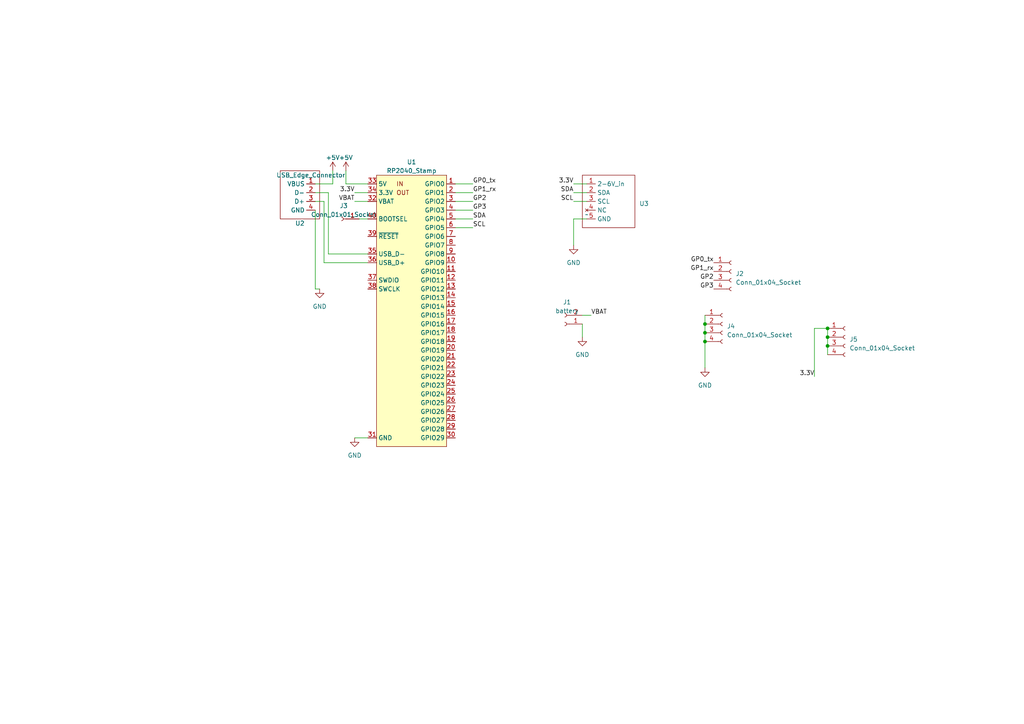
<source format=kicad_sch>
(kicad_sch (version 20230121) (generator eeschema)
  (paper "A4")
  (lib_symbols
    (symbol "CDog_Symbols:USB_Edge_Conn"
      (property "Reference" "U" (at 0 0 0))
      (symbol "USB_Edge_Conn_0_1"
        (rectangle (start 8.89 -12.7) (end -2.54 1.27))
      )
      (symbol "USB_Edge_Conn_1_1"
        (pin power_in line (at -1.27 -2.54 0) (length 2.54) (name "VBUS") (number "1"))
        (pin bidirectional line (at -1.27 -5.08 0) (length 2.54) (name "D-") (number "2"))
        (pin bidirectional line (at -1.27 -7.62 0) (length 2.54) (name "D+") (number "3"))
        (pin power_in line (at -1.27 -10.16 0) (length 2.54) (name "GND") (number "4"))
      )
    )
    (symbol "CDog_Symbols:pi_bmp280"
      (property "Reference" "U" (at 0 0 0))
      (symbol "pi_bmp280_0_1"
        (rectangle (start -1.27 15.24) (end 13.97 0))
      )
      (symbol "pi_bmp280_1_1"
        (pin power_in line (at 0 12.7 0) (length 2.54) (name "2-6V_in") (number "1"))
        (pin bidirectional line (at 0 10.16 0) (length 2.54) (name "SDA") (number "2"))
        (pin bidirectional line (at 0 7.62 0) (length 2.54) (name "SCL") (number "3"))
        (pin no_connect line (at 0 5.08 0) (length 2.54) (name "NC") (number "4"))
        (pin power_in line (at 0 2.54 0) (length 2.54) (name "GND") (number "5"))
      )
    )
    (symbol "Connector:Conn_01x01_Socket" (pin_names (offset 1.016) hide)
      (property "Reference" "J" (at 0 2.54 0))
      (property "Value" "Conn_01x01_Socket" (at 0 -2.54 0))
      (symbol "Conn_01x01_Socket_1_1"
        (polyline (pts (xy -1.27 0) (xy -0.508 0)) (stroke (width 0.1524)))
        (arc (start 0 0.508) (mid -0.5058 0) (end 0 -0.508) (stroke (width 0.1524)))
        (pin passive line (at -5.08 0 0) (length 3.81) (name "Pin_1") (number "1"))
      )
    )
    (symbol "Connector:Conn_01x02_Socket" (pin_names (offset 1.016) hide)
      (property "Reference" "J" (at 0 2.54 0))
      (property "Value" "Conn_01x02_Socket" (at 0 -5.08 0))
      (symbol "Conn_01x02_Socket_1_1"
        (arc (start 0 -2.032) (mid -0.5058 -2.54) (end 0 -3.048) (stroke (width 0.1524)))
        (polyline (pts (xy -1.27 -2.54) (xy -0.508 -2.54)) (stroke (width 0.1524)))
        (polyline (pts (xy -1.27 0) (xy -0.508 0)) (stroke (width 0.1524)))
        (arc (start 0 0.508) (mid -0.5058 0) (end 0 -0.508) (stroke (width 0.1524)))
        (pin passive line (at -5.08 0 0) (length 3.81) (name "Pin_1") (number "1"))
        (pin passive line (at -5.08 -2.54 0) (length 3.81) (name "Pin_2") (number "2"))
      )
    )
    (symbol "Connector:Conn_01x04_Socket" (pin_names (offset 1.016) hide)
      (property "Reference" "J" (at 0 5.08 0))
      (property "Value" "Conn_01x04_Socket" (at 0 -7.62 0))
      (symbol "Conn_01x04_Socket_1_1"
        (arc (start 0 -4.572) (mid -0.5058 -5.08) (end 0 -5.588) (stroke (width 0.1524)))
        (arc (start 0 -2.032) (mid -0.5058 -2.54) (end 0 -3.048) (stroke (width 0.1524)))
        (polyline (pts (xy -1.27 -5.08) (xy -0.508 -5.08)) (stroke (width 0.1524)))
        (polyline (pts (xy -1.27 -2.54) (xy -0.508 -2.54)) (stroke (width 0.1524)))
        (polyline (pts (xy -1.27 0) (xy -0.508 0)) (stroke (width 0.1524)))
        (polyline (pts (xy -1.27 2.54) (xy -0.508 2.54)) (stroke (width 0.1524)))
        (arc (start 0 0.508) (mid -0.5058 0) (end 0 -0.508) (stroke (width 0.1524)))
        (arc (start 0 3.048) (mid -0.5058 2.54) (end 0 2.032) (stroke (width 0.1524)))
        (pin passive line (at -5.08 2.54 0) (length 3.81) (name "Pin_1") (number "1"))
        (pin passive line (at -5.08 0 0) (length 3.81) (name "Pin_2") (number "2"))
        (pin passive line (at -5.08 -2.54 0) (length 3.81) (name "Pin_3") (number "3"))
        (pin passive line (at -5.08 -5.08 0) (length 3.81) (name "Pin_4") (number "4"))
      )
    )
    (symbol "RP2040_Stamp:RP2040_Stamp"
      (property "Reference" "U" (at 10.16 43.18 0))
      (property "Value" "RP2040_Stamp" (at 0 -38.1 0))
      (symbol "RP2040_Stamp_0_0"
        (text "IN" (at -4.445 39.37 0) (effects (font (size 1.27 1.27)) (justify left)))
        (text "OUT" (at -4.445 36.83 0) (effects (font (size 1.27 1.27)) (justify left)))
        (pin bidirectional line (at 12.7 39.37 180) (length 2.54) (name "GPIO0") (number "1"))
        (pin bidirectional line (at 12.7 16.51 180) (length 2.54) (name "GPIO9") (number "10"))
        (pin bidirectional line (at 12.7 13.97 180) (length 2.54) (name "GPIO10") (number "11"))
        (pin bidirectional line (at 12.7 11.43 180) (length 2.54) (name "GPIO11") (number "12"))
        (pin bidirectional line (at 12.7 8.89 180) (length 2.54) (name "GPIO12") (number "13"))
        (pin bidirectional line (at 12.7 6.35 180) (length 2.54) (name "GPIO13") (number "14"))
        (pin bidirectional line (at 12.7 3.81 180) (length 2.54) (name "GPIO14") (number "15"))
        (pin bidirectional line (at 12.7 1.27 180) (length 2.54) (name "GPIO15") (number "16"))
        (pin bidirectional line (at 12.7 -1.27 180) (length 2.54) (name "GPIO16") (number "17"))
        (pin bidirectional line (at 12.7 -3.81 180) (length 2.54) (name "GPIO17") (number "18"))
        (pin bidirectional line (at 12.7 -6.35 180) (length 2.54) (name "GPIO18") (number "19"))
        (pin bidirectional line (at 12.7 36.83 180) (length 2.54) (name "GPIO1") (number "2"))
        (pin bidirectional line (at 12.7 -8.89 180) (length 2.54) (name "GPIO19") (number "20"))
        (pin bidirectional line (at 12.7 -11.43 180) (length 2.54) (name "GPIO20") (number "21"))
        (pin bidirectional line (at 12.7 -13.97 180) (length 2.54) (name "GPIO21") (number "22"))
        (pin bidirectional line (at 12.7 -16.51 180) (length 2.54) (name "GPIO22") (number "23"))
        (pin bidirectional line (at 12.7 -19.05 180) (length 2.54) (name "GPIO23") (number "24"))
        (pin bidirectional line (at 12.7 -21.59 180) (length 2.54) (name "GPIO24") (number "25"))
        (pin bidirectional line (at 12.7 -24.13 180) (length 2.54) (name "GPIO25") (number "26"))
        (pin bidirectional line (at 12.7 -26.67 180) (length 2.54) (name "GPIO26") (number "27"))
        (pin bidirectional line (at 12.7 -29.21 180) (length 2.54) (name "GPIO27") (number "28"))
        (pin bidirectional line (at 12.7 -31.75 180) (length 2.54) (name "GPIO28") (number "29"))
        (pin bidirectional line (at 12.7 34.29 180) (length 2.54) (name "GPIO2") (number "3"))
        (pin bidirectional line (at 12.7 -34.29 180) (length 2.54) (name "GPIO29") (number "30"))
        (pin power_in line (at -12.7 -34.29 0) (length 2.54) (name "GND") (number "31"))
        (pin power_in line (at -12.7 34.29 0) (length 2.54) (name "VBAT") (number "32"))
        (pin power_in line (at -12.7 39.37 0) (length 2.54) (name "5V") (number "33"))
        (pin power_out line (at -12.7 36.83 0) (length 2.54) (name "3.3V") (number "34"))
        (pin bidirectional line (at -12.7 19.05 0) (length 2.54) (name "USB_D-") (number "35"))
        (pin bidirectional line (at -12.7 16.51 0) (length 2.54) (name "USB_D+") (number "36"))
        (pin bidirectional line (at -12.7 11.43 0) (length 2.54) (name "SWDIO") (number "37"))
        (pin input line (at -12.7 8.89 0) (length 2.54) (name "SWCLK") (number "38"))
        (pin bidirectional line (at -12.7 24.13 0) (length 2.54) (name "~{RESET}") (number "39"))
        (pin bidirectional line (at 12.7 31.75 180) (length 2.54) (name "GPIO3") (number "4"))
        (pin input line (at -12.7 29.21 0) (length 2.54) (name "BOOTSEL") (number "40"))
        (pin bidirectional line (at 12.7 29.21 180) (length 2.54) (name "GPIO4") (number "5"))
        (pin bidirectional line (at 12.7 26.67 180) (length 2.54) (name "GPIO5") (number "6"))
        (pin bidirectional line (at 12.7 24.13 180) (length 2.54) (name "GPIO6") (number "7"))
        (pin bidirectional line (at 12.7 21.59 180) (length 2.54) (name "GPIO7") (number "8"))
        (pin bidirectional line (at 12.7 19.05 180) (length 2.54) (name "GPIO8") (number "9"))
      )
      (symbol "RP2040_Stamp_0_1"
        (rectangle (start -10.16 41.91) (end 10.16 -36.83) (stroke (width 0.1524)) (fill (type background)))
      )
    )
    (symbol "power:+5V" (power) (pin_names (offset 0))
      (property "Value" "+5V" (at 0 3.556 0))
      (symbol "+5V_0_1"
        (polyline (pts (xy -0.762 1.27) (xy 0 2.54)))
        (polyline (pts (xy 0 0) (xy 0 2.54)))
        (polyline (pts (xy 0 2.54) (xy 0.762 1.27)))
      )
      (symbol "+5V_1_1"
        (pin power_in line (at 0 0 90) (length 0) hide (name "+5V") (number "1"))
      )
    )
    (symbol "power:GND" (power) (pin_names (offset 0))
      (property "Value" "GND" (at 0 -3.81 0))
      (symbol "GND_0_1"
        (polyline (pts (xy 0 0) (xy 0 -1.27) (xy 1.27 -1.27) (xy 0 -2.54) (xy -1.27 -1.27) (xy 0 -1.27)))
      )
      (symbol "GND_1_1"
        (pin power_in line (at 0 0 270) (length 0) hide (name "GND") (number "1"))
      )
    )
  )
  (junction (at 204.47 99.06))
  (junction (at 240.03 100.33))
  (junction (at 240.03 97.79))
  (junction (at 204.47 93.98))
  (junction (at 240.03 95.25))
  (junction (at 204.47 96.52))
  (wire (pts (xy 91.44 53.34) (xy 96.52 53.34)))
  (wire (pts (xy 95.25 55.88) (xy 91.44 55.88)))
  (wire (pts (xy 168.91 91.44) (xy 171.45 91.44)))
  (wire (pts (xy 166.37 58.42) (xy 170.18 58.42)))
  (wire (pts (xy 96.52 53.34) (xy 96.52 49.53)))
  (wire (pts (xy 132.08 60.96) (xy 137.16 60.96)))
  (wire (pts (xy 106.68 76.2) (xy 93.98 76.2)))
  (wire (pts (xy 204.47 99.06) (xy 204.47 106.68)))
  (wire (pts (xy 204.47 91.44) (xy 204.47 93.98)))
  (wire (pts (xy 204.47 93.98) (xy 204.47 96.52)))
  (wire (pts (xy 240.03 95.25) (xy 240.03 97.79)))
  (wire (pts (xy 91.44 83.82) (xy 92.71 83.82)))
  (wire (pts (xy 132.08 58.42) (xy 137.16 58.42)))
  (wire (pts (xy 132.08 53.34) (xy 137.16 53.34)))
  (wire (pts (xy 240.03 100.33) (xy 240.03 102.87)))
  (wire (pts (xy 132.08 66.04) (xy 137.16 66.04)))
  (wire (pts (xy 93.98 76.2) (xy 93.98 58.42)))
  (wire (pts (xy 168.91 93.98) (xy 168.91 97.79)))
  (wire (pts (xy 91.44 60.96) (xy 91.44 83.82)))
  (wire (pts (xy 102.87 55.88) (xy 106.68 55.88)))
  (wire (pts (xy 170.18 63.5) (xy 166.37 63.5)))
  (wire (pts (xy 106.68 73.66) (xy 95.25 73.66)))
  (wire (pts (xy 166.37 63.5) (xy 166.37 71.12)))
  (wire (pts (xy 102.87 127) (xy 106.68 127)))
  (wire (pts (xy 240.03 95.25) (xy 236.22 95.25)))
  (wire (pts (xy 166.37 53.34) (xy 170.18 53.34)))
  (wire (pts (xy 95.25 73.66) (xy 95.25 55.88)))
  (wire (pts (xy 236.22 95.25) (xy 236.22 109.22)))
  (wire (pts (xy 93.98 58.42) (xy 91.44 58.42)))
  (wire (pts (xy 132.08 55.88) (xy 137.16 55.88)))
  (wire (pts (xy 102.87 58.42) (xy 106.68 58.42)))
  (wire (pts (xy 104.14 63.5) (xy 106.68 63.5)))
  (wire (pts (xy 100.33 53.34) (xy 100.33 49.53)))
  (wire (pts (xy 204.47 96.52) (xy 204.47 99.06)))
  (wire (pts (xy 106.68 53.34) (xy 100.33 53.34)))
  (wire (pts (xy 132.08 63.5) (xy 137.16 63.5)))
  (wire (pts (xy 166.37 55.88) (xy 170.18 55.88)))
  (wire (pts (xy 240.03 97.79) (xy 240.03 100.33)))
  (label "GP0_tx" (at 137.16 53.34 0))
  (label "GP2" (at 207.01 81.28 180))
  (label "3.3V" (at 166.37 53.34 180))
  (label "GP2" (at 137.16 58.42 0))
  (label "GP0_tx" (at 207.01 76.2 180))
  (label "SCL" (at 166.37 58.42 180))
  (label "SCL" (at 137.16 66.04 0))
  (label "VBAT" (at 102.87 58.42 180))
  (label "GP3" (at 207.01 83.82 180))
  (label "GP3" (at 137.16 60.96 0))
  (label "3.3V" (at 236.22 109.22 180))
  (label "GP1_rx" (at 137.16 55.88 0))
  (label "SDA" (at 166.37 55.88 180))
  (label "GP1_rx" (at 207.01 78.74 180))
  (label "3.3V" (at 102.87 55.88 180))
  (label "SDA" (at 137.16 63.5 0))
  (label "VBAT" (at 171.45 91.44 0))
  (symbol (lib_id "CDog_Symbols:USB_Edge_Conn") (at 90.17 50.8 0) (mirror y) (unit 1)
    (property "Reference" "U2" (at 86.995 64.77 0))
    (property "Value" "USB_Edge_Connector" (at 90.17 50.8 0))
    (property "Footprint" "cdog:CD_usb_edge" (effects hide))
  )
  (symbol (lib_id "Connector:Conn_01x02_Socket") (at 163.83 93.98 180) (unit 1)
    (property "Reference" "J1" (at 164.465 87.63 0))
    (property "Value" "battery" (at 164.465 90.17 0))
    (property "Footprint" "Connector_PinSocket_2.54mm:PinSocket_1x02_P2.54mm_Vertical" (effects hide))
  )
  (symbol (lib_id "power:GND") (at 102.87 127 0) (unit 1)
    (property "Reference" "#PWR07" (effects hide))
    (property "Value" "GND" (at 102.87 132.08 0))
  )
  (symbol (lib_id "power:GND") (at 166.37 71.12 0) (unit 1)
    (property "Reference" "#PWR05" (effects hide))
    (property "Value" "GND" (at 166.37 76.2 0))
  )
  (symbol (lib_id "power:GND") (at 204.47 106.68 0) (unit 1)
    (property "Reference" "#PWR06" (effects hide))
    (property "Value" "GND" (at 204.47 111.76 0))
  )
  (symbol (lib_id "power:GND") (at 168.91 97.79 0) (unit 1)
    (property "Reference" "#PWR04" (effects hide))
    (property "Value" "GND" (at 168.91 102.87 0))
  )
  (symbol (lib_id "Connector:Conn_01x01_Socket") (at 99.06 63.5 180) (unit 1)
    (property "Reference" "J3" (at 99.695 59.69 0))
    (property "Value" "Conn_01x01_Socket" (at 99.695 62.23 0))
    (property "Footprint" "Connector_PinSocket_2.54mm:PinSocket_1x01_P2.54mm_Vertical" (effects hide))
  )
  (symbol (lib_id "power:+5V") (at 96.52 49.53 0) (unit 1)
    (property "Reference" "#PWR03" (effects hide))
    (property "Value" "+5V" (at 96.52 45.72 0))
  )
  (symbol (lib_id "Connector:Conn_01x04_Socket") (at 209.55 93.98 0) (unit 1)
    (property "Reference" "J4" (at 210.82 94.615 0) (effects (justify left)))
    (property "Value" "Conn_01x04_Socket" (at 210.82 97.155 0) (effects (justify left)))
    (property "Footprint" "Connector_PinSocket_2.54mm:PinSocket_1x04_P2.54mm_Vertical" (effects hide))
  )
  (symbol (lib_id "power:+5V") (at 100.33 49.53 0) (unit 1)
    (property "Reference" "#PWR02" (effects hide))
    (property "Value" "+5V" (at 100.33 45.72 0))
  )
  (symbol (lib_id "Connector:Conn_01x04_Socket") (at 245.11 97.79 0) (unit 1)
    (property "Reference" "J5" (at 246.38 98.425 0) (effects (justify left)))
    (property "Value" "Conn_01x04_Socket" (at 246.38 100.965 0) (effects (justify left)))
    (property "Footprint" "Connector_PinSocket_2.54mm:PinSocket_1x04_P2.54mm_Vertical" (effects hide))
  )
  (symbol (lib_id "CDog_Symbols:pi_bmp280") (at 170.18 66.04 0) (unit 1)
    (property "Reference" "U3" (at 185.42 59.055 0) (effects (justify left)))
    (property "Value" "~" (at 170.18 62.23 0))
    (property "Footprint" "cdog:Pim_BMP280_Module" (effects hide))
  )
  (symbol (lib_id "Connector:Conn_01x04_Socket") (at 212.09 78.74 0) (unit 1)
    (property "Reference" "J2" (at 213.36 79.375 0) (effects (justify left)))
    (property "Value" "Conn_01x04_Socket" (at 213.36 81.915 0) (effects (justify left)))
    (property "Footprint" "Connector_PinSocket_2.54mm:PinSocket_1x04_P2.54mm_Vertical" (effects hide))
  )
  (symbol (lib_id "power:GND") (at 92.71 83.82 0) (unit 1)
    (property "Reference" "#PWR01" (effects hide))
    (property "Value" "GND" (at 92.71 88.9 0))
  )
  (symbol (lib_id "RP2040_Stamp:RP2040_Stamp") (at 119.38 92.71 0) (unit 1)
    (property "Reference" "U1" (at 119.38 46.99 0))
    (property "Value" "RP2040_Stamp" (at 119.38 49.53 0))
    (property "Footprint" "RP2040_Stamp:RP2040_Stamp_THT" (effects hide))
  )
)
</source>
